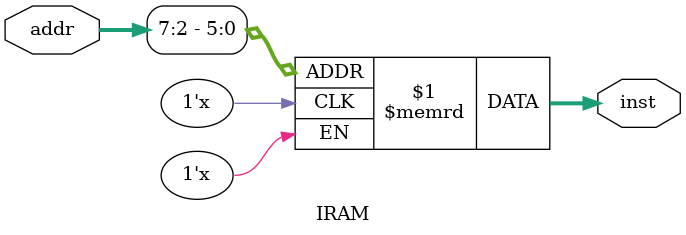
<source format=v>
module IRAM (
    input wire[31:0] addr,

    output wire[31:0] inst
);

    reg[31:0] inst_array[63:0];

    assign inst = inst_array[addr[7:2]];
    
endmodule
</source>
